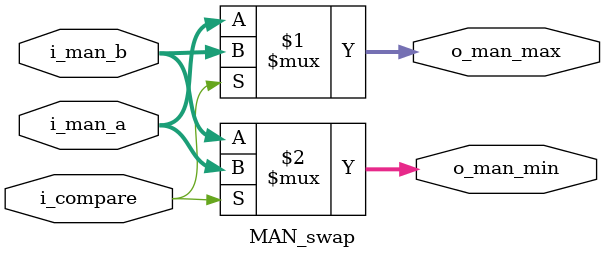
<source format=sv>
module MAN_swap #(
    parameter SIZE_MAN  = 24
)(
    input logic [SIZE_MAN-1:0]          i_man_a     ,
    input logic [SIZE_MAN-1:0]          i_man_b     ,
    input logic                         i_compare   ,
    output logic [SIZE_MAN-1:0]         o_man_max   ,
    output logic [SIZE_MAN-1:0]         o_man_min   
);

assign o_man_max    = i_compare ? i_man_b : i_man_a;
assign o_man_min    = i_compare ? i_man_a : i_man_b;

endmodule

</source>
